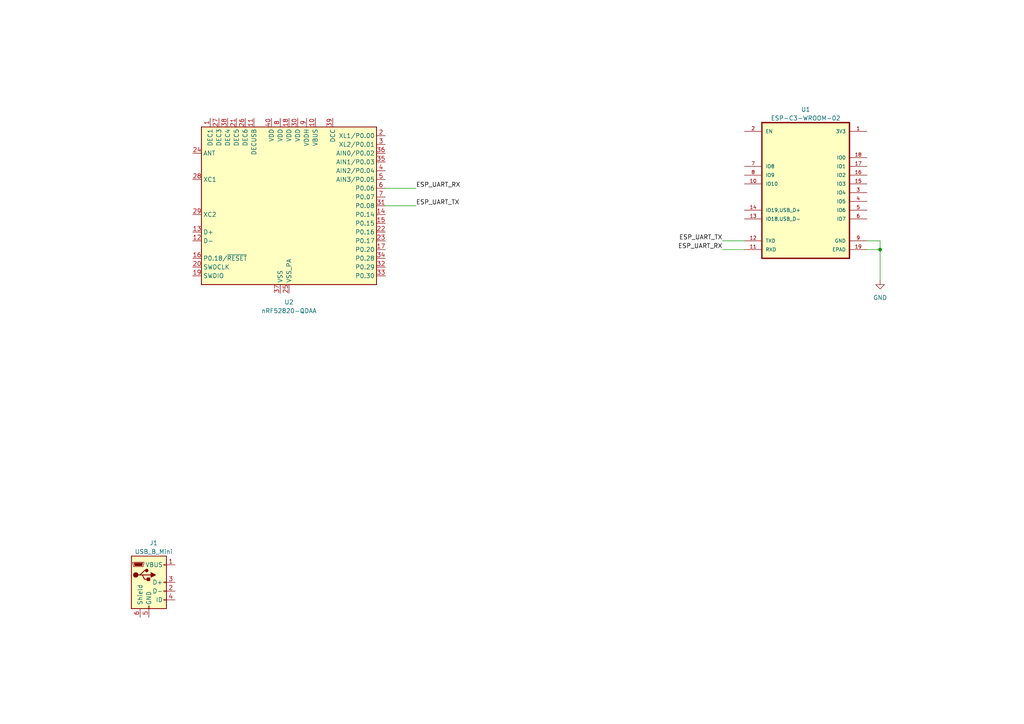
<source format=kicad_sch>
(kicad_sch (version 20210406) (generator eeschema)
  (paper "A4")
  (lib_symbols
    (symbol "Connector:USB_B_Mini" (pin_names (offset 1.016))
      (property "Reference" "J" (at -5.08 11.43 0))
      (property "Value" "USB_B_Mini" (at -5.08 8.89 0))
      (symbol "USB_B_Mini_0_1"
        (circle (center -3.81 2.159) (radius 0.635) (stroke (width 0.254)) (fill (type outline)))
        (circle (center -0.635 3.429) (radius 0.381) (stroke (width 0.254)) (fill (type outline)))
        (rectangle (start -0.127 -7.62) (end 0.127 -6.858))
        (rectangle (start 5.08 -5.207) (end 4.318 -4.953))
        (rectangle (start 5.08 -2.667) (end 4.318 -2.413))
        (rectangle (start 5.08 -0.127) (end 4.318 0.127))
        (rectangle (start 5.08 4.953) (end 4.318 5.207))
        (rectangle (start 0.254 1.27) (end -0.508 0.508) (stroke (width 0.254)) (fill (type outline)))
        (rectangle (start -5.08 -7.62) (end 5.08 7.62) (stroke (width 0.254)) (fill (type background)))
        (polyline (pts (xy -1.905 2.159) (xy 0.635 2.159)) (stroke (width 0.254)))
        (polyline (pts (xy -3.175 2.159) (xy -2.54 2.159) (xy -1.27 3.429) (xy -0.635 3.429)) (stroke (width 0.254)))
        (polyline (pts (xy -2.54 2.159) (xy -1.905 2.159) (xy -1.27 0.889) (xy 0 0.889)) (stroke (width 0.254)))
        (polyline (pts (xy -4.699 5.842) (xy -4.699 5.588) (xy -4.445 4.826) (xy -4.445 4.572) (xy -1.651 4.572) (xy -1.651 4.826) (xy -1.397 5.588) (xy -1.397 5.842) (xy -4.699 5.842)))
        (polyline (pts (xy 0.635 2.794) (xy 0.635 1.524) (xy 1.905 2.159) (xy 0.635 2.794)) (stroke (width 0.254)) (fill (type outline)))
        (polyline (pts (xy -4.318 5.588) (xy -1.778 5.588) (xy -2.032 4.826) (xy -4.064 4.826) (xy -4.318 5.588)) (fill (type outline)))
      )
      (symbol "USB_B_Mini_1_1"
        (pin power_out line (at 7.62 5.08 180) (length 2.54) (name "VBUS") (number "1"))
        (pin bidirectional line (at 7.62 -2.54 180) (length 2.54) (name "D-") (number "2"))
        (pin bidirectional line (at 7.62 0 180) (length 2.54) (name "D+") (number "3"))
        (pin passive line (at 7.62 -5.08 180) (length 2.54) (name "ID") (number "4"))
        (pin power_out line (at 0 -10.16 90) (length 2.54) (name "GND") (number "5"))
        (pin passive line (at -2.54 -10.16 90) (length 2.54) (name "Shield") (number "6"))
      )
    )
    (symbol "ESP-WROOM-02:ESP-C3-WROOM-02" (pin_names (offset 1.016))
      (property "Reference" "U" (at -1.27 19.05 0))
      (property "Value" "ESP-C3-WROOM-02" (at -10.16 -24.13 0))
      (symbol "ESP-C3-WROOM-02_0_0"
        (rectangle (start -12.7 17.78) (end 12.7 -21.59) (stroke (width 0.4064)) (fill (type background)))
        (pin power_in line (at 17.78 15.24 180) (length 5.08) (name "3V3") (number "1"))
        (pin bidirectional line (at -17.78 0 0) (length 5.08) (name "IO10") (number "10"))
        (pin bidirectional line (at -17.78 -19.05 0) (length 5.08) (name "RXD") (number "11"))
        (pin bidirectional line (at -17.78 -16.51 0) (length 5.08) (name "TXD") (number "12"))
        (pin bidirectional line (at -17.78 -10.16 0) (length 5.08) (name "IO18,USB_D-") (number "13"))
        (pin bidirectional line (at -17.78 -7.62 0) (length 5.08) (name "IO19,USB_D+") (number "14"))
        (pin bidirectional line (at 17.78 0 180) (length 5.08) (name "IO3") (number "15"))
        (pin bidirectional line (at 17.78 2.54 180) (length 5.08) (name "IO2") (number "16"))
        (pin bidirectional line (at 17.78 5.08 180) (length 5.08) (name "IO1") (number "17"))
        (pin bidirectional line (at 17.78 7.62 180) (length 5.08) (name "IO0") (number "18"))
        (pin power_in line (at 17.78 -19.05 180) (length 5.08) (name "EPAD") (number "19"))
        (pin input line (at -17.78 15.24 0) (length 5.08) (name "EN") (number "2"))
        (pin bidirectional line (at 17.78 -2.54 180) (length 5.08) (name "IO4") (number "3"))
        (pin bidirectional line (at 17.78 -5.08 180) (length 5.08) (name "IO5") (number "4"))
        (pin bidirectional line (at 17.78 -7.62 180) (length 5.08) (name "IO6") (number "5"))
        (pin bidirectional line (at 17.78 -10.16 180) (length 5.08) (name "IO7") (number "6"))
        (pin bidirectional line (at -17.78 5.08 0) (length 5.08) (name "IO8") (number "7"))
        (pin bidirectional line (at -17.78 2.54 0) (length 5.08) (name "IO9") (number "8"))
        (pin power_in line (at 17.78 -16.51 180) (length 5.08) (name "GND") (number "9"))
      )
    )
    (symbol "MCU_Nordic:nRF52820-QDxx"
      (property "Reference" "U" (at -2.54 0 0))
      (property "Value" "nRF52820-QDxx" (at -2.54 -2.54 0))
      (symbol "nRF52820-QDxx_0_1"
        (rectangle (start -25.4 22.86) (end 25.4 -22.86) (stroke (width 0.254)) (fill (type background)))
      )
      (symbol "nRF52820-QDxx_1_1"
        (pin passive line (at -22.86 25.4 270) (length 2.54) (name "DEC1") (number "1"))
        (pin power_in line (at 7.62 25.4 270) (length 2.54) (name "VBUS") (number "10"))
        (pin passive line (at -10.16 25.4 270) (length 2.54) (name "DECUSB") (number "11"))
        (pin bidirectional line (at -27.94 -10.16 0) (length 2.54) (name "D-") (number "12"))
        (pin bidirectional line (at -27.94 -7.62 0) (length 2.54) (name "D+") (number "13"))
        (pin bidirectional line (at 27.94 -2.54 180) (length 2.54) (name "P0.14") (number "14"))
        (pin bidirectional line (at 27.94 -5.08 180) (length 2.54) (name "P0.15") (number "15"))
        (pin bidirectional line (at -27.94 -15.24 0) (length 2.54) (name "P0.18/~RESET") (number "16"))
        (pin bidirectional line (at 27.94 -12.7 180) (length 2.54) (name "P0.20") (number "17"))
        (pin power_in line (at 0 25.4 270) (length 2.54) (name "VDD") (number "18"))
        (pin bidirectional line (at -27.94 -20.32 0) (length 2.54) (name "SWDIO") (number "19"))
        (pin bidirectional line (at 27.94 20.32 180) (length 2.54) (name "XL1/P0.00") (number "2"))
        (pin input line (at -27.94 -17.78 0) (length 2.54) (name "SWDCLK") (number "20"))
        (pin passive line (at -15.24 25.4 270) (length 2.54) (name "DEC5") (number "21"))
        (pin bidirectional line (at 27.94 -7.62 180) (length 2.54) (name "P0.16") (number "22"))
        (pin bidirectional line (at 27.94 -10.16 180) (length 2.54) (name "P0.17") (number "23"))
        (pin passive line (at -27.94 15.24 0) (length 2.54) (name "ANT") (number "24"))
        (pin power_in line (at 0 -25.4 90) (length 2.54) (name "VSS_PA") (number "25"))
        (pin passive line (at -12.7 25.4 270) (length 2.54) (name "DEC6") (number "26"))
        (pin passive line (at -20.32 25.4 270) (length 2.54) (name "DEC3") (number "27"))
        (pin input line (at -27.94 7.62 0) (length 2.54) (name "XC1") (number "28"))
        (pin input line (at -27.94 -2.54 0) (length 2.54) (name "XC2") (number "29"))
        (pin bidirectional line (at 27.94 17.78 180) (length 2.54) (name "XL2/P0.01") (number "3"))
        (pin power_in line (at 2.54 25.4 270) (length 2.54) (name "VDD") (number "30"))
        (pin bidirectional line (at 27.94 0 180) (length 2.54) (name "P0.08") (number "31"))
        (pin bidirectional line (at 27.94 -17.78 180) (length 2.54) (name "P0.29") (number "32"))
        (pin bidirectional line (at 27.94 -20.32 180) (length 2.54) (name "P0.30") (number "33"))
        (pin bidirectional line (at 27.94 -15.24 180) (length 2.54) (name "P0.28") (number "34"))
        (pin bidirectional line (at 27.94 12.7 180) (length 2.54) (name "AIN1/P0.03") (number "35"))
        (pin bidirectional line (at 27.94 15.24 180) (length 2.54) (name "AIN0/P0.02") (number "36"))
        (pin power_in line (at -2.54 -25.4 90) (length 2.54) (name "VSS") (number "37"))
        (pin passive line (at -17.78 25.4 270) (length 2.54) (name "DEC4") (number "38"))
        (pin power_out line (at 12.7 25.4 270) (length 2.54) (name "DCC") (number "39"))
        (pin bidirectional line (at 27.94 10.16 180) (length 2.54) (name "AIN2/P0.04") (number "4"))
        (pin power_in line (at -5.08 25.4 270) (length 2.54) (name "VDD") (number "40"))
        (pin passive line (at -2.54 -25.4 90) (length 2.54) hide (name "VSS") (number "41"))
        (pin bidirectional line (at 27.94 7.62 180) (length 2.54) (name "AIN3/P0.05") (number "5"))
        (pin bidirectional line (at 27.94 5.08 180) (length 2.54) (name "P0.06") (number "6"))
        (pin bidirectional line (at 27.94 2.54 180) (length 2.54) (name "P0.07") (number "7"))
        (pin power_in line (at -2.54 25.4 270) (length 2.54) (name "VDD") (number "8"))
        (pin power_in line (at 5.08 25.4 270) (length 2.54) (name "VDDH") (number "9"))
      )
    )
    (symbol "power:GND" (power) (pin_names (offset 0))
      (property "Value" "GND" (at 0 -3.81 0))
      (symbol "GND_0_1"
        (polyline (pts (xy 0 0) (xy 0 -1.27) (xy 1.27 -1.27) (xy 0 -2.54) (xy -1.27 -1.27) (xy 0 -1.27)))
      )
      (symbol "GND_1_1"
        (pin power_in line (at 0 0 270) (length 0) hide (name "GND") (number "1"))
      )
    )
  )
  (junction (at 255.27 72.39) (diameter 0.9144))
  (wire (pts (xy 111.76 54.61) (xy 120.65 54.61)))
  (wire (pts (xy 111.76 59.69) (xy 120.65 59.69)))
  (wire (pts (xy 209.55 69.85) (xy 215.9 69.85)))
  (wire (pts (xy 209.55 72.39) (xy 215.9 72.39)))
  (wire (pts (xy 251.46 69.85) (xy 255.27 69.85)))
  (wire (pts (xy 251.46 72.39) (xy 255.27 72.39)))
  (wire (pts (xy 255.27 69.85) (xy 255.27 72.39)))
  (wire (pts (xy 255.27 72.39) (xy 255.27 81.28)))
  (label "ESP_UART_RX" (at 120.65 54.61 0))
  (label "ESP_UART_TX" (at 120.65 59.69 0))
  (label "ESP_UART_TX" (at 209.55 69.85 180))
  (label "ESP_UART_RX" (at 209.55 72.39 180))
  (symbol (lib_id "power:GND") (at 255.27 81.28 0) (unit 1)
    (property "Reference" "#PWR0101" (effects hide))
    (property "Value" "GND" (at 255.27 86.36 0))
  )
  (symbol (lib_id "Connector:USB_B_Mini") (at 43.18 168.91 0) (unit 1)
    (property "Reference" "J1" (at 44.577 157.48 0))
    (property "Value" "USB_B_Mini" (at 44.577 160.02 0))
    (property "Footprint" "Connector_USB:USB_Micro-B_GCT_USB3076-30-A" (effects hide))
  )
  (symbol (lib_id "ESP-WROOM-02:ESP-C3-WROOM-02") (at 233.68 53.34 0) (unit 1)
    (property "Reference" "U1" (at 233.68 31.75 0))
    (property "Value" "ESP-C3-WROOM-02" (at 233.68 34.29 0))
    (property "Footprint" "MODULE_ESP-WROOM-02" (effects hide))
    (property "STANDARD" "Manufacturer Recommendation" (effects hide))
    (property "PARTREV" "2.6" (effects hide))
    (property "MANUFACTURER" "Espressif systems" (effects hide))
  )
  (symbol (lib_id "MCU_Nordic:nRF52820-QDxx") (at 83.82 59.69 0) (unit 1)
    (property "Reference" "U2" (at 83.82 87.63 0))
    (property "Value" "nRF52820-QDAA" (at 83.82 90.17 0))
    (property "Footprint" "Package_DFN_QFN:QFN-40-1EP_5x5mm_P0.4mm_EP3.6x3.6mm" (effects hide))
    (property "Datasheet" "https://infocenter.nordicsemi.com/pdf/nRF52820_PS_v1.0.pdf" (effects hide))
  )
)
</source>
